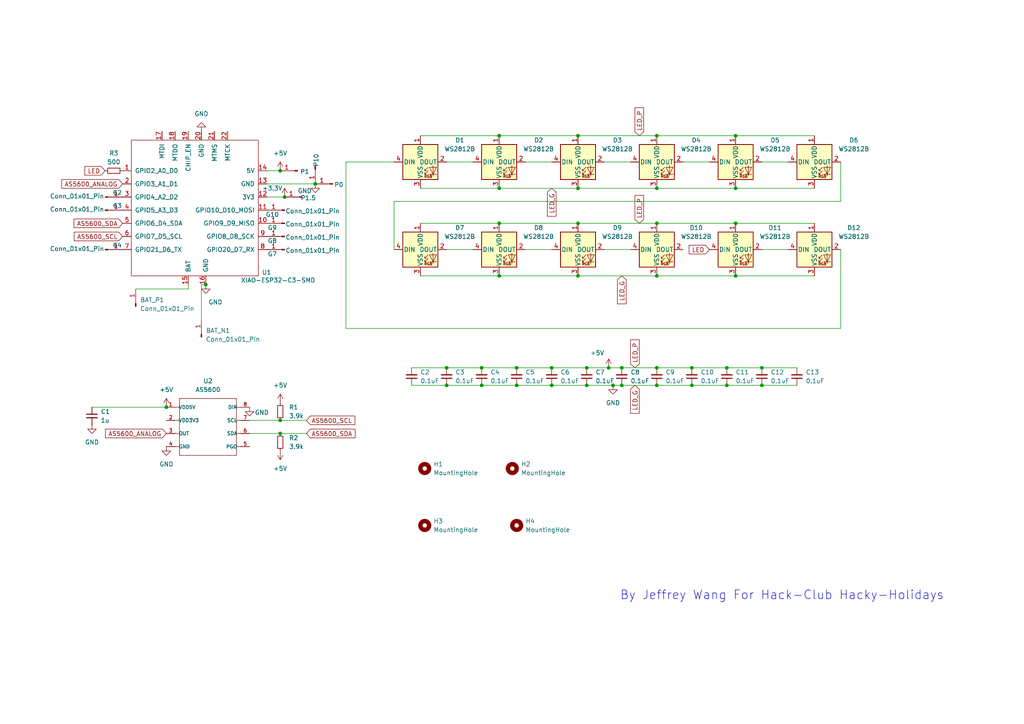
<source format=kicad_sch>
(kicad_sch (version 20231120) (generator "eeschema") (generator_version "8.0")
  (paper "A4")
  (lib_symbols
    (symbol "Connector:Conn_01x01_Pin" (pin_names (offset 1.016) hide)
      (property "Reference" "J" (at 0 2.54 0))
      (property "Value" "Conn_01x01_Pin" (at 0 -2.54 0))
      (symbol "Conn_01x01_Pin_1_1"
        (polyline (pts (xy 1.27 0) (xy 0.8636 0)) (stroke (width 0.1524)))
        (rectangle (start 0.8636 0.127) (end 0 -0.127) (stroke (width 0.1524)) (fill (type outline)))
        (pin passive line (at 5.08 0 180) (length 3.81) (name "Pin_1") (number "1"))
      )
    )
    (symbol "Device:C_Small" (pin_numbers hide) (pin_names (offset 0.254) hide)
      (property "Reference" "C" (at 0.254 1.778 0))
      (property "Value" "C_Small" (at 0.254 -2.032 0))
      (symbol "C_Small_0_1"
        (polyline (pts (xy -1.524 -0.508) (xy 1.524 -0.508)) (stroke (width 0.3302)))
        (polyline (pts (xy -1.524 0.508) (xy 1.524 0.508)) (stroke (width 0.3048)))
      )
      (symbol "C_Small_1_1"
        (pin passive line (at 0 2.54 270) (length 2.032) (name "~") (number "1"))
        (pin passive line (at 0 -2.54 90) (length 2.032) (name "~") (number "2"))
      )
    )
    (symbol "Device:R_Small" (pin_numbers hide) (pin_names (offset 0.254) hide)
      (property "Reference" "R" (at 0.762 0.508 0))
      (property "Value" "R_Small" (at 0.762 -1.016 0))
      (symbol "R_Small_0_1"
        (rectangle (start -0.762 1.778) (end 0.762 -1.778) (stroke (width 0.2032)))
      )
      (symbol "R_Small_1_1"
        (pin passive line (at 0 2.54 270) (length 0.762) (name "~") (number "1"))
        (pin passive line (at 0 -2.54 90) (length 0.762) (name "~") (number "2"))
      )
    )
    (symbol "LED:WS2812B" (pin_names (offset 0.254))
      (property "Reference" "D" (at 5.08 5.715 0))
      (property "Value" "WS2812B" (at 1.27 -5.715 0))
      (symbol "WS2812B_0_0"
        (text "RGB" (at 2.286 -4.191 0) (effects (font (size 0.762 0.762))))
      )
      (symbol "WS2812B_0_1"
        (polyline (pts (xy 1.27 -3.556) (xy 1.778 -3.556)))
        (polyline (pts (xy 1.27 -2.54) (xy 1.778 -2.54)))
        (polyline (pts (xy 4.699 -3.556) (xy 2.667 -3.556)))
        (polyline (pts (xy 2.286 -2.54) (xy 1.27 -3.556) (xy 1.27 -3.048)))
        (polyline (pts (xy 2.286 -1.524) (xy 1.27 -2.54) (xy 1.27 -2.032)))
        (polyline (pts (xy 3.683 -1.016) (xy 3.683 -3.556) (xy 3.683 -4.064)))
        (polyline (pts (xy 4.699 -1.524) (xy 2.667 -1.524) (xy 3.683 -3.556) (xy 4.699 -1.524)))
        (rectangle (start 5.08 5.08) (end -5.08 -5.08) (stroke (width 0.254)) (fill (type background)))
      )
      (symbol "WS2812B_1_1"
        (pin power_in line (at 0 7.62 270) (length 2.54) (name "VDD") (number "1"))
        (pin output line (at 7.62 0 180) (length 2.54) (name "DOUT") (number "2"))
        (pin power_in line (at 0 -7.62 90) (length 2.54) (name "VSS") (number "3"))
        (pin input line (at -7.62 0 0) (length 2.54) (name "DIN") (number "4"))
      )
    )
    (symbol "Mechanical:MountingHole" (pin_names (offset 1.016)) (exclude_from_sim yes) (in_bom no)
      (property "Reference" "H" (at 0 5.08 0))
      (property "Value" "MountingHole" (at 0 3.175 0))
      (symbol "MountingHole_0_1"
        (circle (center 0 0) (radius 1.27) (stroke (width 1.27)))
      )
    )
    (symbol "New_Library:AS5600" (pin_names (offset 1.016))
      (property "Reference" "U" (at -7.62 10.16 0))
      (property "Value" "AS5600" (at -7.62 8.89 0))
      (symbol "AS5600_0_0"
        (polyline (pts (xy -7.62 -7.62) (xy -7.62 -5.08)) (stroke (width 0.1524)))
        (polyline (pts (xy -7.62 -5.08) (xy -8.89 -5.08)) (stroke (width 0.1524)))
        (polyline (pts (xy -7.62 -5.08) (xy -7.62 -1.27)) (stroke (width 0.1524)))
        (polyline (pts (xy -7.62 -1.27) (xy -8.89 -1.27)) (stroke (width 0.1524)))
        (polyline (pts (xy -7.62 -1.27) (xy -7.62 2.54)) (stroke (width 0.1524)))
        (polyline (pts (xy -7.62 2.54) (xy -8.89 2.54)) (stroke (width 0.1524)))
        (polyline (pts (xy -7.62 2.54) (xy -7.62 6.35)) (stroke (width 0.1524)))
        (polyline (pts (xy -7.62 6.35) (xy -8.89 6.35)) (stroke (width 0.1524)))
        (polyline (pts (xy -7.62 6.35) (xy -7.62 8.89)) (stroke (width 0.1524)))
        (polyline (pts (xy -7.62 8.89) (xy 8.89 8.89)) (stroke (width 0.1524)))
        (polyline (pts (xy 8.89 -7.62) (xy -7.62 -7.62)) (stroke (width 0.1524)))
        (polyline (pts (xy 8.89 -5.08) (xy 8.89 -7.62)) (stroke (width 0.1524)))
        (polyline (pts (xy 8.89 -1.27) (xy 8.89 -5.08)) (stroke (width 0.1524)))
        (polyline (pts (xy 8.89 2.54) (xy 8.89 -1.27)) (stroke (width 0.1524)))
        (polyline (pts (xy 8.89 6.35) (xy 8.89 2.54)) (stroke (width 0.1524)))
        (polyline (pts (xy 8.89 8.89) (xy 8.89 6.35)) (stroke (width 0.1524)))
        (polyline (pts (xy 10.16 -5.08) (xy 8.89 -5.08)) (stroke (width 0.1524)))
        (polyline (pts (xy 10.16 -1.27) (xy 8.89 -1.27)) (stroke (width 0.1524)))
        (polyline (pts (xy 10.16 2.54) (xy 8.89 2.54)) (stroke (width 0.1524)))
        (polyline (pts (xy 10.16 6.35) (xy 8.89 6.35)) (stroke (width 0.1524)))
        (pin bidirectional line (at -11.43 6.35 0) (length 2.54) (name "VDD5V") (number "1"))
        (pin bidirectional line (at -11.43 2.54 0) (length 2.54) (name "VDD3V3") (number "2"))
        (pin bidirectional line (at -11.43 -1.27 0) (length 2.54) (name "OUT") (number "3"))
        (pin bidirectional line (at -11.43 -5.08 0) (length 2.54) (name "GND") (number "4"))
        (pin bidirectional line (at 12.7 -5.08 180) (length 2.54) (name "PGO") (number "5"))
        (pin bidirectional line (at 12.7 -1.27 180) (length 2.54) (name "SDA") (number "6"))
        (pin bidirectional line (at 12.7 2.54 180) (length 2.54) (name "SCL") (number "7"))
        (pin bidirectional line (at 12.7 6.35 180) (length 2.54) (name "DIR") (number "8"))
      )
    )
    (symbol "Seeed_Studio_XIAO_Series:XIAO-ESP32-C3-SMD" (pin_names (offset 1.016))
      (property "Reference" "U" (at -18.542 23.114 0))
      (property "Value" "XIAO-ESP32-C3-SMD" (at -8.382 21.336 0))
      (symbol "XIAO-ESP32-C3-SMD_0_1"
        (rectangle (start -19.05 20.32) (end 17.78 -19.05))
      )
      (symbol "XIAO-ESP32-C3-SMD_1_1"
        (pin passive line (at -21.59 11.43 0) (length 2.54) (name "GPIO2_A0_D0") (number "1"))
        (pin passive line (at 20.32 -3.81 180) (length 2.54) (name "GPIO9_D9_MISO") (number "10"))
        (pin passive line (at 20.32 0 180) (length 2.54) (name "GPIO10_D10_MOSI") (number "11"))
        (pin passive line (at 20.32 3.81 180) (length 2.54) (name "3V3") (number "12"))
        (pin passive line (at 20.32 7.62 180) (length 2.54) (name "GND") (number "13"))
        (pin passive line (at 20.32 11.43 180) (length 2.54) (name "5V") (number "14"))
        (pin passive line (at -2.54 -21.59 90) (length 2.54) (name "BAT") (number "15"))
        (pin passive line (at 2.54 -21.59 90) (length 2.54) (name "GND") (number "16"))
        (pin passive line (at -10.16 22.86 270) (length 2.54) (name "MTDI") (number "17"))
        (pin passive line (at -6.35 22.86 270) (length 2.54) (name "MTDO") (number "18"))
        (pin passive line (at -2.54 22.86 270) (length 2.54) (name "CHIP_EN") (number "19"))
        (pin passive line (at -21.59 7.62 0) (length 2.54) (name "GPIO3_A1_D1") (number "2"))
        (pin passive line (at 1.27 22.86 270) (length 2.54) (name "GND") (number "20"))
        (pin passive line (at 5.08 22.86 270) (length 2.54) (name "MTMS") (number "21"))
        (pin passive line (at 8.89 22.86 270) (length 2.54) (name "MTCK") (number "22"))
        (pin passive line (at -21.59 3.81 0) (length 2.54) (name "GPIO4_A2_D2") (number "3"))
        (pin passive line (at -21.59 0 0) (length 2.54) (name "GPIO5_A3_D3") (number "4"))
        (pin passive line (at -21.59 -3.81 0) (length 2.54) (name "GPIO6_D4_SDA") (number "5"))
        (pin passive line (at -21.59 -7.62 0) (length 2.54) (name "GPIO7_D5_SCL") (number "6"))
        (pin passive line (at -21.59 -11.43 0) (length 2.54) (name "GPIO21_D6_TX") (number "7"))
        (pin passive line (at 20.32 -11.43 180) (length 2.54) (name "GPIO20_D7_RX") (number "8"))
        (pin passive line (at 20.32 -7.62 180) (length 2.54) (name "GPIO8_D8_SCK") (number "9"))
      )
    )
    (symbol "power:+3.3V" (power) (pin_numbers hide) (pin_names (offset 0) hide)
      (property "Value" "+3.3V" (at 0 3.556 0))
      (symbol "+3.3V_0_1"
        (polyline (pts (xy -0.762 1.27) (xy 0 2.54)))
        (polyline (pts (xy 0 0) (xy 0 2.54)))
        (polyline (pts (xy 0 2.54) (xy 0.762 1.27)))
      )
      (symbol "+3.3V_1_1"
        (pin power_in line (at 0 0 90) (length 0) (name "~") (number "1"))
      )
    )
    (symbol "power:+5V" (power) (pin_numbers hide) (pin_names (offset 0) hide)
      (property "Value" "+5V" (at 0 3.556 0))
      (symbol "+5V_0_1"
        (polyline (pts (xy -0.762 1.27) (xy 0 2.54)))
        (polyline (pts (xy 0 0) (xy 0 2.54)))
        (polyline (pts (xy 0 2.54) (xy 0.762 1.27)))
      )
      (symbol "+5V_1_1"
        (pin power_in line (at 0 0 90) (length 0) (name "~") (number "1"))
      )
    )
    (symbol "power:GND" (power) (pin_numbers hide) (pin_names (offset 0) hide)
      (property "Value" "GND" (at 0 -3.81 0))
      (symbol "GND_0_1"
        (polyline (pts (xy 0 0) (xy 0 -1.27) (xy 1.27 -1.27) (xy 0 -2.54) (xy -1.27 -1.27) (xy 0 -1.27)))
      )
      (symbol "GND_1_1"
        (pin power_in line (at 0 0 270) (length 0) (name "~") (number "1"))
      )
    )
  )
  (junction (at 91.44 53.34))
  (junction (at 210.82 106.68))
  (junction (at 190.5 39.37))
  (junction (at 59.69 82.55))
  (junction (at 177.8 111.76))
  (junction (at 139.7 111.76))
  (junction (at 139.7 106.68))
  (junction (at 200.66 106.68))
  (junction (at 82.55 57.15))
  (junction (at 170.18 111.76))
  (junction (at 190.5 106.68))
  (junction (at 167.64 54.61))
  (junction (at 210.82 111.76))
  (junction (at 160.02 106.68))
  (junction (at 129.54 111.76))
  (junction (at 144.78 54.61))
  (junction (at 144.78 64.77))
  (junction (at 144.78 39.37))
  (junction (at 213.36 39.37))
  (junction (at 48.26 118.11))
  (junction (at 129.54 106.68))
  (junction (at 160.02 111.76))
  (junction (at 144.78 80.01))
  (junction (at 81.28 121.92))
  (junction (at 149.86 111.76))
  (junction (at 170.18 106.68))
  (junction (at 81.28 49.53))
  (junction (at 190.5 64.77))
  (junction (at 167.64 80.01))
  (junction (at 190.5 54.61))
  (junction (at 190.5 80.01))
  (junction (at 176.53 106.68))
  (junction (at 167.64 39.37))
  (junction (at 220.98 106.68))
  (junction (at 167.64 64.77))
  (junction (at 180.34 111.76))
  (junction (at 180.34 106.68))
  (junction (at 81.28 125.73))
  (junction (at 213.36 64.77))
  (junction (at 213.36 80.01))
  (junction (at 200.66 111.76))
  (junction (at 220.98 111.76))
  (junction (at 190.5 111.76))
  (junction (at 213.36 54.61))
  (junction (at 149.86 106.68))
  (wire (pts (xy 88.9 121.92) (xy 81.28 121.92)))
  (wire (pts (xy 200.66 111.76) (xy 210.82 111.76)))
  (wire (pts (xy 180.34 106.68) (xy 190.5 106.68)))
  (wire (pts (xy 190.5 54.61) (xy 213.36 54.61)))
  (wire (pts (xy 58.42 92.71) (xy 58.42 82.55)))
  (wire (pts (xy 121.92 54.61) (xy 144.78 54.61)))
  (wire (pts (xy 26.67 118.11) (xy 48.26 118.11)))
  (wire (pts (xy 149.86 111.76) (xy 160.02 111.76)))
  (wire (pts (xy 77.47 57.15) (xy 82.55 57.15)))
  (wire (pts (xy 160.02 111.76) (xy 170.18 111.76)))
  (wire (pts (xy 177.8 111.76) (xy 180.34 111.76)))
  (wire (pts (xy 220.98 111.76) (xy 231.14 111.76)))
  (wire (pts (xy 129.54 72.39) (xy 137.16 72.39)))
  (wire (pts (xy 149.86 106.68) (xy 160.02 106.68)))
  (wire (pts (xy 152.4 72.39) (xy 160.02 72.39)))
  (wire (pts (xy 88.9 125.73) (xy 81.28 125.73)))
  (wire (pts (xy 121.92 64.77) (xy 144.78 64.77)))
  (wire (pts (xy 190.5 80.01) (xy 213.36 80.01)))
  (wire (pts (xy 175.26 72.39) (xy 182.88 72.39)))
  (wire (pts (xy 167.64 80.01) (xy 190.5 80.01)))
  (wire (pts (xy 119.38 111.76) (xy 129.54 111.76)))
  (wire (pts (xy 160.02 106.68) (xy 170.18 106.68)))
  (wire (pts (xy 119.38 106.68) (xy 129.54 106.68)))
  (wire (pts (xy 129.54 111.76) (xy 139.7 111.76)))
  (wire (pts (xy 210.82 111.76) (xy 220.98 111.76)))
  (wire (pts (xy 220.98 72.39) (xy 228.6 72.39)))
  (wire (pts (xy 58.42 82.55) (xy 59.69 82.55)))
  (wire (pts (xy 175.26 46.99) (xy 182.88 46.99)))
  (wire (pts (xy 176.53 106.68) (xy 180.34 106.68)))
  (wire (pts (xy 167.64 54.61) (xy 190.5 54.61)))
  (wire (pts (xy 170.18 111.76) (xy 177.8 111.76)))
  (wire (pts (xy 243.84 58.42) (xy 114.3 58.42)))
  (wire (pts (xy 190.5 106.68) (xy 200.66 106.68)))
  (wire (pts (xy 77.47 53.34) (xy 91.44 53.34)))
  (wire (pts (xy 243.84 46.99) (xy 243.84 58.42)))
  (wire (pts (xy 243.84 95.25) (xy 100.33 95.25)))
  (wire (pts (xy 81.28 121.92) (xy 72.39 121.92)))
  (wire (pts (xy 121.92 39.37) (xy 144.78 39.37)))
  (wire (pts (xy 54.61 83.82) (xy 54.61 82.55)))
  (wire (pts (xy 180.34 111.76) (xy 190.5 111.76)))
  (wire (pts (xy 220.98 106.68) (xy 231.14 106.68)))
  (wire (pts (xy 167.64 64.77) (xy 190.5 64.77)))
  (wire (pts (xy 81.28 49.53) (xy 77.47 49.53)))
  (wire (pts (xy 170.18 106.68) (xy 176.53 106.68)))
  (wire (pts (xy 39.37 83.82) (xy 54.61 83.82)))
  (wire (pts (xy 129.54 46.99) (xy 137.16 46.99)))
  (wire (pts (xy 144.78 39.37) (xy 167.64 39.37)))
  (wire (pts (xy 213.36 54.61) (xy 236.22 54.61)))
  (wire (pts (xy 81.28 125.73) (xy 72.39 125.73)))
  (wire (pts (xy 152.4 46.99) (xy 160.02 46.99)))
  (wire (pts (xy 114.3 58.42) (xy 114.3 72.39)))
  (wire (pts (xy 243.84 72.39) (xy 243.84 95.25)))
  (wire (pts (xy 144.78 64.77) (xy 167.64 64.77)))
  (wire (pts (xy 198.12 46.99) (xy 205.74 46.99)))
  (wire (pts (xy 200.66 106.68) (xy 210.82 106.68)))
  (wire (pts (xy 144.78 80.01) (xy 167.64 80.01)))
  (wire (pts (xy 139.7 111.76) (xy 149.86 111.76)))
  (wire (pts (xy 167.64 39.37) (xy 190.5 39.37)))
  (wire (pts (xy 144.78 54.61) (xy 167.64 54.61)))
  (wire (pts (xy 139.7 106.68) (xy 149.86 106.68)))
  (wire (pts (xy 190.5 64.77) (xy 213.36 64.77)))
  (wire (pts (xy 220.98 46.99) (xy 228.6 46.99)))
  (wire (pts (xy 213.36 64.77) (xy 236.22 64.77)))
  (wire (pts (xy 129.54 106.68) (xy 139.7 106.68)))
  (wire (pts (xy 190.5 111.76) (xy 200.66 111.76)))
  (wire (pts (xy 121.92 80.01) (xy 144.78 80.01)))
  (wire (pts (xy 100.33 95.25) (xy 100.33 46.99)))
  (wire (pts (xy 100.33 46.99) (xy 114.3 46.99)))
  (wire (pts (xy 213.36 39.37) (xy 236.22 39.37)))
  (wire (pts (xy 190.5 39.37) (xy 213.36 39.37)))
  (wire (pts (xy 213.36 80.01) (xy 236.22 80.01)))
  (wire (pts (xy 210.82 106.68) (xy 220.98 106.68)))
  (text "By Jeffrey Wang For Hack-Club Hacky-Holidays\n" (at 226.822 172.72 0) (effects (font (size 2.54 2.54))))
  (global_label "AS5600_SCL" (shape input) (at 88.9 121.92 0) (property "Intersheetrefs" "${INTERSHEET_REFS}" (effects (hide yes))))
  (global_label "AS5600_SDA" (shape input) (at 35.56 64.77 180) (property "Intersheetrefs" "${INTERSHEET_REFS}" (effects (hide yes))))
  (global_label "LED_P" (shape input) (at 185.42 64.77 90) (property "Intersheetrefs" "${INTERSHEET_REFS}" (effects (hide yes))))
  (global_label "LED_G" (shape input) (at 160.02 54.61 270) (property "Intersheetrefs" "${INTERSHEET_REFS}" (effects (hide yes))))
  (global_label "AS5600_SDA" (shape input) (at 88.9 125.73 0) (property "Intersheetrefs" "${INTERSHEET_REFS}" (effects (hide yes))))
  (global_label "LED_G" (shape input) (at 180.34 80.01 270) (property "Intersheetrefs" "${INTERSHEET_REFS}" (effects (hide yes))))
  (global_label "LED_G" (shape input) (at 184.15 111.76 270) (property "Intersheetrefs" "${INTERSHEET_REFS}" (effects (hide yes))))
  (global_label "AS5600_SCL" (shape input) (at 35.56 68.58 180) (property "Intersheetrefs" "${INTERSHEET_REFS}" (effects (hide yes))))
  (global_label "LED" (shape input) (at 30.48 49.53 180) (property "Intersheetrefs" "${INTERSHEET_REFS}" (effects (hide yes))))
  (global_label "LED_P" (shape input) (at 184.15 106.68 90) (property "Intersheetrefs" "${INTERSHEET_REFS}" (effects (hide yes))))
  (global_label "LED" (shape input) (at 205.74 72.39 180) (property "Intersheetrefs" "${INTERSHEET_REFS}" (effects (hide yes))))
  (global_label "AS5600_ANALOG" (shape input) (at 48.26 125.73 180) (property "Intersheetrefs" "${INTERSHEET_REFS}" (effects (hide yes))))
  (global_label "AS5600_ANALOG" (shape input) (at 35.56 53.34 180) (property "Intersheetrefs" "${INTERSHEET_REFS}" (effects (hide yes))))
  (global_label "LED_P" (shape input) (at 185.42 39.37 90) (property "Intersheetrefs" "${INTERSHEET_REFS}" (effects (hide yes))))
  (symbol (lib_id "Connector:Conn_01x01_Pin") (at 30.48 57.15 0) (unit 1)
    (property "Reference" "G2" (at 34.036 55.88 0))
    (property "Value" "Conn_01x01_Pin" (at 22.352 56.896 0))
    (property "Footprint" "Connector_Wire:SolderWire-0.1sqmm_1x01_D0.4mm_OD1mm" (effects (hide yes)))
    (property "Description" "Generic connector, single row, 01x01, script generated" (effects (hide yes)))
  )
  (symbol (lib_id "power:GND") (at 26.67 123.19 0) (unit 1)
    (property "Reference" "#PWR011" (effects (hide yes)))
    (property "Value" "GND" (at 26.67 128.27 0))
    (property "Description" "Power symbol creates a global label with name \"GND\" , ground" (effects (hide yes)))
  )
  (symbol (lib_id "Connector:Conn_01x01_Pin") (at 82.55 68.58 180) (unit 1)
    (property "Reference" "G8" (at 78.994 69.85 0))
    (property "Value" "Conn_01x01_Pin" (at 90.678 68.834 0))
    (property "Footprint" "Connector_Wire:SolderWire-0.1sqmm_1x01_D0.4mm_OD1mm" (effects (hide yes)))
    (property "Description" "Generic connector, single row, 01x01, script generated" (effects (hide yes)))
  )
  (symbol (lib_id "Connector:Conn_01x01_Pin") (at 39.37 88.9 90) (unit 1)
    (property "Reference" "BAT_P1" (at 40.64 86.9949 90) (effects (justify right)))
    (property "Value" "Conn_01x01_Pin" (at 40.64 89.5349 90) (effects (justify right)))
    (property "Footprint" "Connector_Wire:SolderWire-0.1sqmm_1x01_D0.4mm_OD1mm" (effects (hide yes)))
    (property "Description" "Generic connector, single row, 01x01, script generated" (effects (hide yes)))
  )
  (symbol (lib_id "Device:C_Small") (at 119.38 109.22 180) (unit 1)
    (property "Reference" "C2" (at 121.92 107.9435 0) (effects (justify right)))
    (property "Value" "0.1uF" (at 121.92 110.4835 0) (effects (justify right)))
    (property "Footprint" "Capacitor_SMD:C_0805_2012Metric" (effects (hide yes)))
    (property "Description" "Unpolarized capacitor, small symbol" (effects (hide yes)))
    (property "LCSC" "C49678" (effects (hide yes)))
  )
  (symbol (lib_id "Seeed_Studio_XIAO_Series:XIAO-ESP32-C3-SMD") (at 57.15 60.96 0) (unit 1)
    (property "Reference" "U1" (at 75.946 78.994 0) (effects (justify left)))
    (property "Value" "XIAO-ESP32-C3-SMD" (at 69.85 81.28 0) (effects (justify left)))
    (property "Footprint" "XIAO:XIAO-ESP32C3-SMD" (effects (hide yes)))
  )
  (symbol (lib_id "power:GND") (at 72.39 118.11 0) (unit 1)
    (property "Reference" "#PWR012" (effects (hide yes)))
    (property "Value" "GND" (at 75.946 119.634 0))
    (property "Description" "Power symbol creates a global label with name \"GND\" , ground" (effects (hide yes)))
  )
  (symbol (lib_id "Device:C_Small") (at 26.67 120.65 0) (unit 1)
    (property "Reference" "C1" (at 29.21 119.3862 0) (effects (justify left)))
    (property "Value" "1u" (at 29.21 121.9262 0) (effects (justify left)))
    (property "Footprint" "Capacitor_SMD:C_0603_1608Metric" (effects (hide yes)))
    (property "Description" "Unpolarized capacitor, small symbol" (effects (hide yes)))
    (property "LCSC" "C15849" (effects (hide yes)))
  )
  (symbol (lib_id "LED:WS2812B") (at 144.78 46.99 0) (unit 1)
    (property "Reference" "D2" (at 156.21 40.6714 0))
    (property "Value" "WS2812B" (at 156.21 43.2114 0))
    (property "Footprint" "LED_SMD:LED_WS2812B_PLCC4_5.0x5.0mm_P3.2mm" (effects (hide yes)))
    (property "Datasheet" "https://cdn-shop.adafruit.com/datasheets/WS2812B.pdf" (effects (hide yes)))
    (property "Description" "RGB LED with integrated controller" (effects (hide yes)))
    (property "LCSC" "C114586" (effects (hide yes)))
  )
  (symbol (lib_id "New_Library:AS5600") (at 59.69 124.46 0) (unit 1)
    (property "Reference" "U2" (at 60.325 110.49 0))
    (property "Value" "AS5600" (at 60.325 113.03 0))
    (property "Footprint" "Library:AS5600" (effects (hide yes)))
    (property "MF" "Ams AG" (effects (hide yes)))
    (property "Description_1" "\n                        \n                            Hall Effect Sensor Rotary Position External Magnet, Not Included Gull Wing\n                        \n" (effects (hide yes)))
    (property "Package" "None" (effects (hide yes)))
    (property "Price" "None" (effects (hide yes)))
    (property "SnapEDA_Link" "https://www.snapeda.com/parts/AS5600/ams/view-part/?ref=snap" (effects (hide yes)))
    (property "MP" "AS5600" (effects (hide yes)))
    (property "Availability" "Not in stock" (effects (hide yes)))
    (property "Check_prices" "https://www.snapeda.com/parts/AS5600/ams/view-part/?ref=eda" (effects (hide yes)))
    (property "LCSC" "C499458" (effects (hide yes)))
  )
  (symbol (lib_id "Mechanical:MountingHole") (at 123.19 135.89 0) (unit 1) (exclude_from_sim yes) (in_bom no)
    (property "Reference" "H1" (at 125.73 134.6199 0) (effects (justify left)))
    (property "Value" "MountingHole" (at 125.73 137.1599 0) (effects (justify left)))
    (property "Footprint" "MountingHole:MountingHole_3.2mm_M3_DIN965_Pad_TopBottom" (effects (hide yes)))
    (property "Description" "Mounting Hole without connection" (effects (hide yes)))
  )
  (symbol (lib_id "Device:C_Small") (at 231.14 109.22 180) (unit 1)
    (property "Reference" "C13" (at 233.68 107.9435 0) (effects (justify right)))
    (property "Value" "0.1uF" (at 233.68 110.4835 0) (effects (justify right)))
    (property "Footprint" "Capacitor_SMD:C_0805_2012Metric" (effects (hide yes)))
    (property "Description" "Unpolarized capacitor, small symbol" (effects (hide yes)))
    (property "LCSC" "C49678" (effects (hide yes)))
  )
  (symbol (lib_id "power:GND") (at 91.44 53.34 0) (unit 1)
    (property "Reference" "#PWR06" (effects (hide yes)))
    (property "Value" "GND" (at 88.392 55.372 0))
    (property "Description" "Power symbol creates a global label with name \"GND\" , ground" (effects (hide yes)))
  )
  (symbol (lib_id "Connector:Conn_01x01_Pin") (at 86.36 49.53 180) (unit 1)
    (property "Reference" "P1" (at 88.392 49.784 0))
    (property "Value" "Conn_01x01_Pin" (effects (hide yes)))
    (property "Footprint" "Connector_Wire:SolderWire-0.1sqmm_1x01_D0.4mm_OD1mm" (effects (hide yes)))
    (property "Description" "Generic connector, single row, 01x01, script generated" (effects (hide yes)))
  )
  (symbol (lib_id "Device:C_Small") (at 220.98 109.22 180) (unit 1)
    (property "Reference" "C12" (at 223.52 107.9435 0) (effects (justify right)))
    (property "Value" "0.1uF" (at 223.52 110.4835 0) (effects (justify right)))
    (property "Footprint" "Capacitor_SMD:C_0805_2012Metric" (effects (hide yes)))
    (property "Description" "Unpolarized capacitor, small symbol" (effects (hide yes)))
    (property "LCSC" "C49678" (effects (hide yes)))
  )
  (symbol (lib_id "Device:C_Small") (at 129.54 109.22 180) (unit 1)
    (property "Reference" "C3" (at 132.08 107.9435 0) (effects (justify right)))
    (property "Value" "0.1uF" (at 132.08 110.4835 0) (effects (justify right)))
    (property "Footprint" "Capacitor_SMD:C_0805_2012Metric" (effects (hide yes)))
    (property "Description" "Unpolarized capacitor, small symbol" (effects (hide yes)))
    (property "LCSC" "C49678" (effects (hide yes)))
  )
  (symbol (lib_id "power:GND") (at 48.26 129.54 0) (unit 1)
    (property "Reference" "#PWR010" (effects (hide yes)))
    (property "Value" "GND" (at 48.26 134.62 0))
    (property "Description" "Power symbol creates a global label with name \"GND\" , ground" (effects (hide yes)))
  )
  (symbol (lib_id "LED:WS2812B") (at 213.36 46.99 0) (unit 1)
    (property "Reference" "D5" (at 224.79 40.6714 0))
    (property "Value" "WS2812B" (at 224.79 43.2114 0))
    (property "Footprint" "LED_SMD:LED_WS2812B_PLCC4_5.0x5.0mm_P3.2mm" (effects (hide yes)))
    (property "Datasheet" "https://cdn-shop.adafruit.com/datasheets/WS2812B.pdf" (effects (hide yes)))
    (property "Description" "RGB LED with integrated controller" (effects (hide yes)))
    (property "LCSC" "C114586" (effects (hide yes)))
  )
  (symbol (lib_id "LED:WS2812B") (at 144.78 72.39 0) (unit 1)
    (property "Reference" "D8" (at 156.21 66.0714 0))
    (property "Value" "WS2812B" (at 156.21 68.6114 0))
    (property "Footprint" "LED_SMD:LED_WS2812B_PLCC4_5.0x5.0mm_P3.2mm" (effects (hide yes)))
    (property "Datasheet" "https://cdn-shop.adafruit.com/datasheets/WS2812B.pdf" (effects (hide yes)))
    (property "Description" "RGB LED with integrated controller" (effects (hide yes)))
    (property "LCSC" "C114586" (effects (hide yes)))
  )
  (symbol (lib_id "power:+5V") (at 81.28 130.81 180) (unit 1)
    (property "Reference" "#PWR014" (effects (hide yes)))
    (property "Value" "+5V" (at 81.28 135.89 0))
    (property "Description" "Power symbol creates a global label with name \"+5V\"" (effects (hide yes)))
  )
  (symbol (lib_id "Connector:Conn_01x01_Pin") (at 96.52 53.34 180) (unit 1)
    (property "Reference" "P0" (at 98.298 53.594 0))
    (property "Value" "Conn_01x01_Pin" (effects (hide yes)))
    (property "Footprint" "Connector_Wire:SolderWire-0.1sqmm_1x01_D0.4mm_OD1mm" (effects (hide yes)))
    (property "Description" "Generic connector, single row, 01x01, script generated" (effects (hide yes)))
  )
  (symbol (lib_id "Device:C_Small") (at 210.82 109.22 180) (unit 1)
    (property "Reference" "C11" (at 213.36 107.9435 0) (effects (justify right)))
    (property "Value" "0.1uF" (at 213.36 110.4835 0) (effects (justify right)))
    (property "Footprint" "Capacitor_SMD:C_0805_2012Metric" (effects (hide yes)))
    (property "Description" "Unpolarized capacitor, small symbol" (effects (hide yes)))
    (property "LCSC" "C49678" (effects (hide yes)))
  )
  (symbol (lib_id "Mechanical:MountingHole") (at 148.59 135.89 0) (unit 1) (exclude_from_sim yes) (in_bom no)
    (property "Reference" "H2" (at 151.13 134.6199 0) (effects (justify left)))
    (property "Value" "MountingHole" (at 151.13 137.1599 0) (effects (justify left)))
    (property "Footprint" "MountingHole:MountingHole_3.2mm_M3_DIN965_Pad_TopBottom" (effects (hide yes)))
    (property "Description" "Mounting Hole without connection" (effects (hide yes)))
  )
  (symbol (lib_id "Device:C_Small") (at 160.02 109.22 180) (unit 1)
    (property "Reference" "C6" (at 162.56 107.9435 0) (effects (justify right)))
    (property "Value" "0.1uF" (at 162.56 110.4835 0) (effects (justify right)))
    (property "Footprint" "Capacitor_SMD:C_0805_2012Metric" (effects (hide yes)))
    (property "Description" "Unpolarized capacitor, small symbol" (effects (hide yes)))
    (property "LCSC" "C49678" (effects (hide yes)))
  )
  (symbol (lib_id "LED:WS2812B") (at 190.5 46.99 0) (unit 1)
    (property "Reference" "D4" (at 201.93 40.6714 0))
    (property "Value" "WS2812B" (at 201.93 43.2114 0))
    (property "Footprint" "LED_SMD:LED_WS2812B_PLCC4_5.0x5.0mm_P3.2mm" (effects (hide yes)))
    (property "Datasheet" "https://cdn-shop.adafruit.com/datasheets/WS2812B.pdf" (effects (hide yes)))
    (property "Description" "RGB LED with integrated controller" (effects (hide yes)))
    (property "LCSC" "C114586" (effects (hide yes)))
  )
  (symbol (lib_id "Device:R_Small") (at 81.28 128.27 0) (unit 1)
    (property "Reference" "R2" (at 83.82 126.9999 0) (effects (justify left)))
    (property "Value" "3.9k" (at 83.82 129.5399 0) (effects (justify left)))
    (property "Footprint" "Resistor_SMD:R_0805_2012Metric" (effects (hide yes)))
    (property "Description" "Resistor, small symbol" (effects (hide yes)))
    (property "LCSC" "C17614" (effects (hide yes)))
  )
  (symbol (lib_id "power:+5V") (at 176.53 106.68 0) (unit 1)
    (property "Reference" "#PWR017" (effects (hide yes)))
    (property "Value" "+5V" (at 173.228 102.362 0))
    (property "Description" "Power symbol creates a global label with name \"+5V\"" (effects (hide yes)))
  )
  (symbol (lib_id "Connector:Conn_01x01_Pin") (at 82.55 60.96 180) (unit 1)
    (property "Reference" "G10" (at 78.994 62.23 0))
    (property "Value" "Conn_01x01_Pin" (at 90.678 61.214 0))
    (property "Footprint" "Connector_Wire:SolderWire-0.1sqmm_1x01_D0.4mm_OD1mm" (effects (hide yes)))
    (property "Description" "Generic connector, single row, 01x01, script generated" (effects (hide yes)))
  )
  (symbol (lib_id "Connector:Conn_01x01_Pin") (at 82.55 64.77 180) (unit 1)
    (property "Reference" "G9" (at 78.994 66.04 0))
    (property "Value" "Conn_01x01_Pin" (at 90.678 65.024 0))
    (property "Footprint" "Connector_Wire:SolderWire-0.1sqmm_1x01_D0.4mm_OD1mm" (effects (hide yes)))
    (property "Description" "Generic connector, single row, 01x01, script generated" (effects (hide yes)))
  )
  (symbol (lib_id "LED:WS2812B") (at 236.22 46.99 0) (unit 1)
    (property "Reference" "D6" (at 247.65 40.6714 0))
    (property "Value" "WS2812B" (at 247.65 43.2114 0))
    (property "Footprint" "LED_SMD:LED_WS2812B_PLCC4_5.0x5.0mm_P3.2mm" (effects (hide yes)))
    (property "Datasheet" "https://cdn-shop.adafruit.com/datasheets/WS2812B.pdf" (effects (hide yes)))
    (property "Description" "RGB LED with integrated controller" (effects (hide yes)))
    (property "LCSC" "C114586" (effects (hide yes)))
  )
  (symbol (lib_id "power:+5V") (at 48.26 118.11 0) (unit 1)
    (property "Reference" "#PWR015" (effects (hide yes)))
    (property "Value" "+5V" (at 48.26 113.03 0))
    (property "Description" "Power symbol creates a global label with name \"+5V\"" (effects (hide yes)))
  )
  (symbol (lib_id "Device:C_Small") (at 190.5 109.22 180) (unit 1)
    (property "Reference" "C9" (at 193.04 107.9435 0) (effects (justify right)))
    (property "Value" "0.1uF" (at 193.04 110.4835 0) (effects (justify right)))
    (property "Footprint" "Capacitor_SMD:C_0805_2012Metric" (effects (hide yes)))
    (property "Description" "Unpolarized capacitor, small symbol" (effects (hide yes)))
    (property "LCSC" "C49678" (effects (hide yes)))
  )
  (symbol (lib_id "Connector:Conn_01x01_Pin") (at 30.48 60.96 0) (unit 1)
    (property "Reference" "G3" (at 34.036 59.69 0))
    (property "Value" "Conn_01x01_Pin" (at 22.352 60.706 0))
    (property "Footprint" "Connector_Wire:SolderWire-0.1sqmm_1x01_D0.4mm_OD1mm" (effects (hide yes)))
    (property "Description" "Generic connector, single row, 01x01, script generated" (effects (hide yes)))
  )
  (symbol (lib_id "Device:R_Small") (at 81.28 119.38 0) (unit 1)
    (property "Reference" "R1" (at 83.82 118.1099 0) (effects (justify left)))
    (property "Value" "3.9k" (at 83.82 120.6499 0) (effects (justify left)))
    (property "Footprint" "Resistor_SMD:R_0805_2012Metric" (effects (hide yes)))
    (property "Description" "Resistor, small symbol" (effects (hide yes)))
    (property "LCSC" "C17614" (effects (hide yes)))
  )
  (symbol (lib_id "Device:C_Small") (at 170.18 109.22 180) (unit 1)
    (property "Reference" "C7" (at 172.72 107.9435 0) (effects (justify right)))
    (property "Value" "0.1uF" (at 172.72 110.4835 0) (effects (justify right)))
    (property "Footprint" "Capacitor_SMD:C_0805_2012Metric" (effects (hide yes)))
    (property "Description" "Unpolarized capacitor, small symbol" (effects (hide yes)))
    (property "LCSC" "C49678" (effects (hide yes)))
  )
  (symbol (lib_id "Mechanical:MountingHole") (at 123.19 152.4 0) (unit 1) (exclude_from_sim yes) (in_bom no)
    (property "Reference" "H3" (at 125.73 151.1299 0) (effects (justify left)))
    (property "Value" "MountingHole" (at 125.73 153.6699 0) (effects (justify left)))
    (property "Footprint" "MountingHole:MountingHole_3.2mm_M3_DIN965_Pad_TopBottom" (effects (hide yes)))
    (property "Description" "Mounting Hole without connection" (effects (hide yes)))
  )
  (symbol (lib_id "power:+5V") (at 81.28 116.84 0) (unit 1)
    (property "Reference" "#PWR013" (effects (hide yes)))
    (property "Value" "+5V" (at 81.28 111.76 0))
    (property "Description" "Power symbol creates a global label with name \"+5V\"" (effects (hide yes)))
  )
  (symbol (lib_id "power:GND") (at 59.69 82.55 0) (unit 1)
    (property "Reference" "#PWR07" (effects (hide yes)))
    (property "Value" "GND" (at 62.484 87.63 0))
    (property "Description" "Power symbol creates a global label with name \"GND\" , ground" (effects (hide yes)))
  )
  (symbol (lib_id "power:+5V") (at 81.28 49.53 0) (unit 1)
    (property "Reference" "#PWR05" (effects (hide yes)))
    (property "Value" "+5V" (at 81.28 44.45 0))
    (property "Description" "Power symbol creates a global label with name \"+5V\"" (effects (hide yes)))
  )
  (symbol (lib_id "Connector:Conn_01x01_Pin") (at 58.42 97.79 90) (unit 1)
    (property "Reference" "BAT_N1" (at 59.69 95.8849 90) (effects (justify right)))
    (property "Value" "Conn_01x01_Pin" (at 59.69 98.4249 90) (effects (justify right)))
    (property "Footprint" "Connector_Wire:SolderWire-0.1sqmm_1x01_D0.4mm_OD1mm" (effects (hide yes)))
    (property "Description" "Generic connector, single row, 01x01, script generated" (effects (hide yes)))
  )
  (symbol (lib_id "Connector:Conn_01x01_Pin") (at 82.55 72.39 180) (unit 1)
    (property "Reference" "G7" (at 78.994 73.66 0))
    (property "Value" "Conn_01x01_Pin" (at 90.678 72.644 0))
    (property "Footprint" "Connector_Wire:SolderWire-0.1sqmm_1x01_D0.4mm_OD1mm" (effects (hide yes)))
    (property "Description" "Generic connector, single row, 01x01, script generated" (effects (hide yes)))
  )
  (symbol (lib_id "LED:WS2812B") (at 167.64 46.99 0) (unit 1)
    (property "Reference" "D3" (at 179.07 40.6714 0))
    (property "Value" "WS2812B" (at 179.07 43.2114 0))
    (property "Footprint" "LED_SMD:LED_WS2812B_PLCC4_5.0x5.0mm_P3.2mm" (effects (hide yes)))
    (property "Datasheet" "https://cdn-shop.adafruit.com/datasheets/WS2812B.pdf" (effects (hide yes)))
    (property "Description" "RGB LED with integrated controller" (effects (hide yes)))
    (property "LCSC" "C114586" (effects (hide yes)))
  )
  (symbol (lib_id "Connector:Conn_01x01_Pin") (at 91.44 48.26 270) (unit 1)
    (property "Reference" "P10" (at 91.694 46.482 0))
    (property "Value" "Conn_01x01_Pin" (effects (hide yes)))
    (property "Footprint" "Connector_Wire:SolderWire-0.1sqmm_1x01_D0.4mm_OD1mm" (effects (hide yes)))
    (property "Description" "Generic connector, single row, 01x01, script generated" (effects (hide yes)))
  )
  (symbol (lib_id "LED:WS2812B") (at 121.92 72.39 0) (unit 1)
    (property "Reference" "D7" (at 133.35 66.0714 0))
    (property "Value" "WS2812B" (at 133.35 68.6114 0))
    (property "Footprint" "LED_SMD:LED_WS2812B_PLCC4_5.0x5.0mm_P3.2mm" (effects (hide yes)))
    (property "Datasheet" "https://cdn-shop.adafruit.com/datasheets/WS2812B.pdf" (effects (hide yes)))
    (property "Description" "RGB LED with integrated controller" (effects (hide yes)))
    (property "LCSC" "C114586" (effects (hide yes)))
  )
  (symbol (lib_id "Device:C_Small") (at 149.86 109.22 180) (unit 1)
    (property "Reference" "C5" (at 152.4 107.9435 0) (effects (justify right)))
    (property "Value" "0.1uF" (at 152.4 110.4835 0) (effects (justify right)))
    (property "Footprint" "Capacitor_SMD:C_0805_2012Metric" (effects (hide yes)))
    (property "Description" "Unpolarized capacitor, small symbol" (effects (hide yes)))
    (property "LCSC" "C49678" (effects (hide yes)))
  )
  (symbol (lib_id "Connector:Conn_01x01_Pin") (at 30.48 72.39 0) (unit 1)
    (property "Reference" "G4" (at 34.036 71.12 0))
    (property "Value" "Conn_01x01_Pin" (at 22.352 72.136 0))
    (property "Footprint" "Connector_Wire:SolderWire-0.1sqmm_1x01_D0.4mm_OD1mm" (effects (hide yes)))
    (property "Description" "Generic connector, single row, 01x01, script generated" (effects (hide yes)))
  )
  (symbol (lib_id "power:GND") (at 58.42 38.1 180) (unit 1)
    (property "Reference" "#PWR08" (effects (hide yes)))
    (property "Value" "GND" (at 58.42 33.02 0))
    (property "Description" "Power symbol creates a global label with name \"GND\" , ground" (effects (hide yes)))
  )
  (symbol (lib_id "Connector:Conn_01x01_Pin") (at 87.63 57.15 180) (unit 1)
    (property "Reference" "P1.5" (at 89.408 57.404 0))
    (property "Value" "Conn_01x01_Pin" (effects (hide yes)))
    (property "Footprint" "Connector_Wire:SolderWire-0.1sqmm_1x01_D0.4mm_OD1mm" (effects (hide yes)))
    (property "Description" "Generic connector, single row, 01x01, script generated" (effects (hide yes)))
  )
  (symbol (lib_id "power:GND") (at 177.8 111.76 0) (unit 1)
    (property "Reference" "#PWR016" (effects (hide yes)))
    (property "Value" "GND" (at 177.8 116.84 0))
    (property "Description" "Power symbol creates a global label with name \"GND\" , ground" (effects (hide yes)))
  )
  (symbol (lib_id "LED:WS2812B") (at 121.92 46.99 0) (unit 1)
    (property "Reference" "D1" (at 133.35 40.6714 0))
    (property "Value" "WS2812B" (at 133.35 43.2114 0))
    (property "Footprint" "LED_SMD:LED_WS2812B_PLCC4_5.0x5.0mm_P3.2mm" (effects (hide yes)))
    (property "Datasheet" "https://cdn-shop.adafruit.com/datasheets/WS2812B.pdf" (effects (hide yes)))
    (property "Description" "RGB LED with integrated controller" (effects (hide yes)))
    (property "LCSC" "C114586" (effects (hide yes)))
  )
  (symbol (lib_id "Device:C_Small") (at 200.66 109.22 180) (unit 1)
    (property "Reference" "C10" (at 203.2 107.9435 0) (effects (justify right)))
    (property "Value" "0.1uF" (at 203.2 110.4835 0) (effects (justify right)))
    (property "Footprint" "Capacitor_SMD:C_0805_2012Metric" (effects (hide yes)))
    (property "Description" "Unpolarized capacitor, small symbol" (effects (hide yes)))
    (property "LCSC" "C49678" (effects (hide yes)))
  )
  (symbol (lib_id "Device:C_Small") (at 180.34 109.22 180) (unit 1)
    (property "Reference" "C8" (at 182.88 107.9435 0) (effects (justify right)))
    (property "Value" "0.1uF" (at 182.88 110.4835 0) (effects (justify right)))
    (property "Footprint" "Capacitor_SMD:C_0805_2012Metric" (effects (hide yes)))
    (property "Description" "Unpolarized capacitor, small symbol" (effects (hide yes)))
    (property "LCSC" "C49678" (effects (hide yes)))
  )
  (symbol (lib_id "LED:WS2812B") (at 167.64 72.39 0) (unit 1)
    (property "Reference" "D9" (at 179.07 66.0714 0))
    (property "Value" "WS2812B" (at 179.07 68.6114 0))
    (property "Footprint" "LED_SMD:LED_WS2812B_PLCC4_5.0x5.0mm_P3.2mm" (effects (hide yes)))
    (property "Datasheet" "https://cdn-shop.adafruit.com/datasheets/WS2812B.pdf" (effects (hide yes)))
    (property "Description" "RGB LED with integrated controller" (effects (hide yes)))
    (property "LCSC" "C114586" (effects (hide yes)))
  )
  (symbol (lib_id "Device:R_Small") (at 33.02 49.53 90) (unit 1)
    (property "Reference" "R3" (at 33.02 44.45 90))
    (property "Value" "500" (at 33.02 46.99 90))
    (property "Footprint" "Capacitor_SMD:C_0805_2012Metric" (effects (hide yes)))
    (property "Description" "Resistor, small symbol" (effects (hide yes)))
    (property "LCSC" "C17408" (effects (hide yes)))
  )
  (symbol (lib_id "LED:WS2812B") (at 213.36 72.39 0) (unit 1)
    (property "Reference" "D11" (at 224.79 66.0714 0))
    (property "Value" "WS2812B" (at 224.79 68.6114 0))
    (property "Footprint" "LED_SMD:LED_WS2812B_PLCC4_5.0x5.0mm_P3.2mm" (effects (hide yes)))
    (property "Datasheet" "https://cdn-shop.adafruit.com/datasheets/WS2812B.pdf" (effects (hide yes)))
    (property "Description" "RGB LED with integrated controller" (effects (hide yes)))
    (property "LCSC" "C114586" (effects (hide yes)))
  )
  (symbol (lib_id "LED:WS2812B") (at 236.22 72.39 0) (unit 1)
    (property "Reference" "D12" (at 247.65 66.0714 0))
    (property "Value" "WS2812B" (at 247.65 68.6114 0))
    (property "Footprint" "LED_SMD:LED_WS2812B_PLCC4_5.0x5.0mm_P3.2mm" (effects (hide yes)))
    (property "Datasheet" "https://cdn-shop.adafruit.com/datasheets/WS2812B.pdf" (effects (hide yes)))
    (property "Description" "RGB LED with integrated controller" (effects (hide yes)))
    (property "LCSC" "C114586" (effects (hide yes)))
  )
  (symbol (lib_id "Device:C_Small") (at 139.7 109.22 180) (unit 1)
    (property "Reference" "C4" (at 142.24 107.9435 0) (effects (justify right)))
    (property "Value" "0.1uF" (at 142.24 110.4835 0) (effects (justify right)))
    (property "Footprint" "Capacitor_SMD:C_0805_2012Metric" (effects (hide yes)))
    (property "Description" "Unpolarized capacitor, small symbol" (effects (hide yes)))
    (property "LCSC" "C49678" (effects (hide yes)))
  )
  (symbol (lib_id "Mechanical:MountingHole") (at 149.86 152.4 0) (unit 1) (exclude_from_sim yes) (in_bom no)
    (property "Reference" "H4" (at 152.4 151.1299 0) (effects (justify left)))
    (property "Value" "MountingHole" (at 152.4 153.6699 0) (effects (justify left)))
    (property "Footprint" "MountingHole:MountingHole_3.2mm_M3_DIN965_Pad_TopBottom" (effects (hide yes)))
    (property "Description" "Mounting Hole without connection" (effects (hide yes)))
  )
  (symbol (lib_id "power:+3.3V") (at 82.55 57.15 0) (unit 1)
    (property "Reference" "#PWR09" (effects (hide yes)))
    (property "Value" "+3.3V" (at 78.994 54.61 0))
    (property "Description" "Power symbol creates a global label with name \"+3.3V\"" (effects (hide yes)))
  )
  (symbol (lib_id "LED:WS2812B") (at 190.5 72.39 0) (unit 1)
    (property "Reference" "D10" (at 201.93 66.0714 0))
    (property "Value" "WS2812B" (at 201.93 68.6114 0))
    (property "Footprint" "LED_SMD:LED_WS2812B_PLCC4_5.0x5.0mm_P3.2mm" (effects (hide yes)))
    (property "Datasheet" "https://cdn-shop.adafruit.com/datasheets/WS2812B.pdf" (effects (hide yes)))
    (property "Description" "RGB LED with integrated controller" (effects (hide yes)))
    (property "LCSC" "C114586" (effects (hide yes)))
  )
)
</source>
